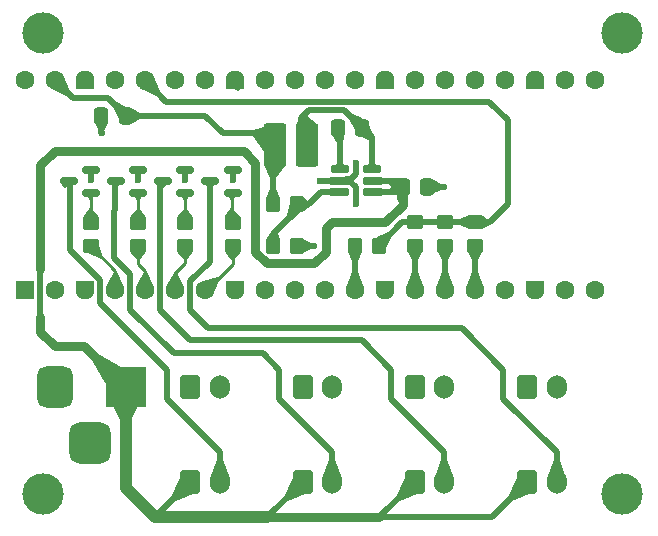
<source format=gbr>
%TF.GenerationSoftware,KiCad,Pcbnew,9.0.2*%
%TF.CreationDate,2025-06-25T21:04:22+02:00*%
%TF.ProjectId,Schrankbeleuchtung,53636872-616e-46b6-9265-6c6575636874,rev?*%
%TF.SameCoordinates,Original*%
%TF.FileFunction,Copper,L1,Top*%
%TF.FilePolarity,Positive*%
%FSLAX46Y46*%
G04 Gerber Fmt 4.6, Leading zero omitted, Abs format (unit mm)*
G04 Created by KiCad (PCBNEW 9.0.2) date 2025-06-25 21:04:22*
%MOMM*%
%LPD*%
G01*
G04 APERTURE LIST*
G04 Aperture macros list*
%AMRoundRect*
0 Rectangle with rounded corners*
0 $1 Rounding radius*
0 $2 $3 $4 $5 $6 $7 $8 $9 X,Y pos of 4 corners*
0 Add a 4 corners polygon primitive as box body*
4,1,4,$2,$3,$4,$5,$6,$7,$8,$9,$2,$3,0*
0 Add four circle primitives for the rounded corners*
1,1,$1+$1,$2,$3*
1,1,$1+$1,$4,$5*
1,1,$1+$1,$6,$7*
1,1,$1+$1,$8,$9*
0 Add four rect primitives between the rounded corners*
20,1,$1+$1,$2,$3,$4,$5,0*
20,1,$1+$1,$4,$5,$6,$7,0*
20,1,$1+$1,$6,$7,$8,$9,0*
20,1,$1+$1,$8,$9,$2,$3,0*%
%AMFreePoly0*
4,1,37,0.603843,0.796157,0.639018,0.796157,0.711114,0.766294,0.766294,0.711114,0.796157,0.639018,0.796157,0.603843,0.800000,0.600000,0.800000,-0.600000,0.796157,-0.603843,0.796157,-0.639018,0.766294,-0.711114,0.711114,-0.766294,0.639018,-0.796157,0.603843,-0.796157,0.600000,-0.800000,0.000000,-0.800000,0.000000,-0.796148,-0.078414,-0.796148,-0.232228,-0.765552,-0.377117,-0.705537,
-0.507515,-0.618408,-0.618408,-0.507515,-0.705537,-0.377117,-0.765552,-0.232228,-0.796148,-0.078414,-0.796148,0.078414,-0.765552,0.232228,-0.705537,0.377117,-0.618408,0.507515,-0.507515,0.618408,-0.377117,0.705537,-0.232228,0.765552,-0.078414,0.796148,0.000000,0.796148,0.000000,0.800000,0.600000,0.800000,0.603843,0.796157,0.603843,0.796157,$1*%
%AMFreePoly1*
4,1,37,0.000000,0.796148,0.078414,0.796148,0.232228,0.765552,0.377117,0.705537,0.507515,0.618408,0.618408,0.507515,0.705537,0.377117,0.765552,0.232228,0.796148,0.078414,0.796148,-0.078414,0.765552,-0.232228,0.705537,-0.377117,0.618408,-0.507515,0.507515,-0.618408,0.377117,-0.705537,0.232228,-0.765552,0.078414,-0.796148,0.000000,-0.796148,0.000000,-0.800000,-0.600000,-0.800000,
-0.603843,-0.796157,-0.639018,-0.796157,-0.711114,-0.766294,-0.766294,-0.711114,-0.796157,-0.639018,-0.796157,-0.603843,-0.800000,-0.600000,-0.800000,0.600000,-0.796157,0.603843,-0.796157,0.639018,-0.766294,0.711114,-0.711114,0.766294,-0.639018,0.796157,-0.603843,0.796157,-0.600000,0.800000,0.000000,0.800000,0.000000,0.796148,0.000000,0.796148,$1*%
G04 Aperture macros list end*
%TA.AperFunction,SMDPad,CuDef*%
%ADD10RoundRect,0.250000X0.350000X0.450000X-0.350000X0.450000X-0.350000X-0.450000X0.350000X-0.450000X0*%
%TD*%
%TA.AperFunction,SMDPad,CuDef*%
%ADD11RoundRect,0.150000X0.587500X0.150000X-0.587500X0.150000X-0.587500X-0.150000X0.587500X-0.150000X0*%
%TD*%
%TA.AperFunction,ComponentPad*%
%ADD12RoundRect,0.250000X-0.600000X-0.750000X0.600000X-0.750000X0.600000X0.750000X-0.600000X0.750000X0*%
%TD*%
%TA.AperFunction,ComponentPad*%
%ADD13O,1.700000X2.000000*%
%TD*%
%TA.AperFunction,ComponentPad*%
%ADD14R,3.500000X3.500000*%
%TD*%
%TA.AperFunction,ComponentPad*%
%ADD15RoundRect,0.750000X-0.750000X-1.000000X0.750000X-1.000000X0.750000X1.000000X-0.750000X1.000000X0*%
%TD*%
%TA.AperFunction,ComponentPad*%
%ADD16RoundRect,0.875000X-0.875000X-0.875000X0.875000X-0.875000X0.875000X0.875000X-0.875000X0.875000X0*%
%TD*%
%TA.AperFunction,ComponentPad*%
%ADD17C,3.500000*%
%TD*%
%TA.AperFunction,SMDPad,CuDef*%
%ADD18RoundRect,0.250000X0.450000X-0.350000X0.450000X0.350000X-0.450000X0.350000X-0.450000X-0.350000X0*%
%TD*%
%TA.AperFunction,SMDPad,CuDef*%
%ADD19RoundRect,0.250000X-0.337500X-0.475000X0.337500X-0.475000X0.337500X0.475000X-0.337500X0.475000X0*%
%TD*%
%TA.AperFunction,SMDPad,CuDef*%
%ADD20RoundRect,0.250000X0.337500X0.475000X-0.337500X0.475000X-0.337500X-0.475000X0.337500X-0.475000X0*%
%TD*%
%TA.AperFunction,ComponentPad*%
%ADD21RoundRect,0.200000X0.600000X-0.600000X0.600000X0.600000X-0.600000X0.600000X-0.600000X-0.600000X0*%
%TD*%
%TA.AperFunction,ComponentPad*%
%ADD22C,1.600000*%
%TD*%
%TA.AperFunction,ComponentPad*%
%ADD23FreePoly0,90.000000*%
%TD*%
%TA.AperFunction,ComponentPad*%
%ADD24FreePoly1,90.000000*%
%TD*%
%TA.AperFunction,SMDPad,CuDef*%
%ADD25RoundRect,0.250000X-0.350000X-0.450000X0.350000X-0.450000X0.350000X0.450000X-0.350000X0.450000X0*%
%TD*%
%TA.AperFunction,SMDPad,CuDef*%
%ADD26RoundRect,0.162500X-0.617500X-0.162500X0.617500X-0.162500X0.617500X0.162500X-0.617500X0.162500X0*%
%TD*%
%TA.AperFunction,SMDPad,CuDef*%
%ADD27RoundRect,0.250000X0.700000X1.600000X-0.700000X1.600000X-0.700000X-1.600000X0.700000X-1.600000X0*%
%TD*%
%TA.AperFunction,ViaPad*%
%ADD28C,0.600000*%
%TD*%
%TA.AperFunction,Conductor*%
%ADD29C,0.500000*%
%TD*%
%TA.AperFunction,Conductor*%
%ADD30C,0.250000*%
%TD*%
%TA.AperFunction,Conductor*%
%ADD31C,1.000000*%
%TD*%
%TA.AperFunction,Conductor*%
%ADD32C,0.750000*%
%TD*%
%TA.AperFunction,Conductor*%
%ADD33C,0.200000*%
%TD*%
G04 APERTURE END LIST*
D10*
%TO.P,R10,1*%
%TO.N,GND*%
X69500000Y-66000000D03*
%TO.P,R10,2*%
%TO.N,Net-(U1-FB)*%
X67500000Y-66000000D03*
%TD*%
D11*
%TO.P,Q1,1,G*%
%TO.N,Net-(Q1-G)*%
X52062500Y-61500000D03*
%TO.P,Q1,2,S*%
%TO.N,GND*%
X52062500Y-59600000D03*
%TO.P,Q1,3,D*%
%TO.N,Net-(J2-Pin_2)*%
X50187500Y-60550000D03*
%TD*%
D12*
%TO.P,J4,1,Pin_1*%
%TO.N,+12V*%
X79500000Y-86000000D03*
D13*
%TO.P,J4,2,Pin_2*%
%TO.N,Net-(J4-Pin_2)*%
X82000000Y-86000000D03*
%TD*%
D14*
%TO.P,J1,1*%
%TO.N,+12V*%
X55000000Y-78000000D03*
D15*
%TO.P,J1,2*%
%TO.N,GND*%
X49000000Y-78000000D03*
D16*
%TO.P,J1,3*%
%TO.N,unconnected-(J1-Pad3)*%
X52000000Y-82700000D03*
%TD*%
D17*
%TO.P,H3,1,1*%
%TO.N,GND*%
X97000000Y-48000000D03*
%TD*%
%TO.P,H1,1,1*%
%TO.N,GND*%
X48000000Y-87000000D03*
%TD*%
D18*
%TO.P,R1,1*%
%TO.N,/GPIO02*%
X52062500Y-66050000D03*
%TO.P,R1,2*%
%TO.N,Net-(Q1-G)*%
X52062500Y-64050000D03*
%TD*%
D12*
%TO.P,J9,1,Pin_1*%
%TO.N,/GPIO09*%
X89000000Y-78000000D03*
D13*
%TO.P,J9,2,Pin_2*%
%TO.N,GND*%
X91500000Y-78000000D03*
%TD*%
D12*
%TO.P,J6,1,Pin_1*%
%TO.N,/GPIO06*%
X60500000Y-78000000D03*
D13*
%TO.P,J6,2,Pin_2*%
%TO.N,GND*%
X63000000Y-78000000D03*
%TD*%
D11*
%TO.P,Q3,1,G*%
%TO.N,Net-(Q3-G)*%
X60062500Y-61500000D03*
%TO.P,Q3,2,S*%
%TO.N,GND*%
X60062500Y-59600000D03*
%TO.P,Q3,3,D*%
%TO.N,Net-(J4-Pin_2)*%
X58187500Y-60550000D03*
%TD*%
%TO.P,Q2,1,G*%
%TO.N,Net-(Q2-G)*%
X56062500Y-61500000D03*
%TO.P,Q2,2,S*%
%TO.N,GND*%
X56062500Y-59600000D03*
%TO.P,Q2,3,D*%
%TO.N,Net-(J3-Pin_2)*%
X54187500Y-60550000D03*
%TD*%
D19*
%TO.P,C3,1*%
%TO.N,Net-(U1-CB)*%
X72962500Y-56000000D03*
%TO.P,C3,2*%
%TO.N,Net-(U1-SW)*%
X75037500Y-56000000D03*
%TD*%
D17*
%TO.P,H4,1,1*%
%TO.N,GND*%
X48000000Y-48000000D03*
%TD*%
D20*
%TO.P,C2,1*%
%TO.N,+5V*%
X55037500Y-55000000D03*
%TO.P,C2,2*%
%TO.N,GND*%
X52962500Y-55000000D03*
%TD*%
D12*
%TO.P,J5,1,Pin_1*%
%TO.N,+12V*%
X89000000Y-86000000D03*
D13*
%TO.P,J5,2,Pin_2*%
%TO.N,Net-(J5-Pin_2)*%
X91500000Y-86000000D03*
%TD*%
D18*
%TO.P,R6,1*%
%TO.N,/GPIO07*%
X79520000Y-66000000D03*
%TO.P,R6,2*%
%TO.N,+3.3V*%
X79520000Y-64000000D03*
%TD*%
D12*
%TO.P,J3,1,Pin_1*%
%TO.N,+12V*%
X70000000Y-86000000D03*
D13*
%TO.P,J3,2,Pin_2*%
%TO.N,Net-(J3-Pin_2)*%
X72500000Y-86000000D03*
%TD*%
D18*
%TO.P,R8,1*%
%TO.N,/GPIO09*%
X84600000Y-66000000D03*
%TO.P,R8,2*%
%TO.N,+3.3V*%
X84600000Y-64000000D03*
%TD*%
%TO.P,R7,1*%
%TO.N,/GPIO08*%
X82060000Y-66000000D03*
%TO.P,R7,2*%
%TO.N,+3.3V*%
X82060000Y-64000000D03*
%TD*%
%TO.P,R4,1*%
%TO.N,/GPIO05*%
X64062500Y-66050000D03*
%TO.P,R4,2*%
%TO.N,Net-(Q4-G)*%
X64062500Y-64050000D03*
%TD*%
D12*
%TO.P,J8,1,Pin_1*%
%TO.N,/GPIO08*%
X79500000Y-78000000D03*
D13*
%TO.P,J8,2,Pin_2*%
%TO.N,GND*%
X82000000Y-78000000D03*
%TD*%
D21*
%TO.P,A1,1,GPIO0*%
%TO.N,unconnected-(A1-GPIO0-Pad1)*%
X46500000Y-69780000D03*
D22*
%TO.P,A1,2,GPIO1*%
%TO.N,unconnected-(A1-GPIO1-Pad2)*%
X49040000Y-69780000D03*
D23*
%TO.P,A1,3,GND*%
%TO.N,GND*%
X51580000Y-69780000D03*
D22*
%TO.P,A1,4,GPIO2*%
%TO.N,/GPIO02*%
X54120000Y-69780000D03*
%TO.P,A1,5,GPIO3*%
%TO.N,/GPIO03*%
X56660000Y-69780000D03*
%TO.P,A1,6,GPIO4*%
%TO.N,/GPIO04*%
X59200000Y-69780000D03*
%TO.P,A1,7,GPIO5*%
%TO.N,/GPIO05*%
X61740000Y-69780000D03*
D23*
%TO.P,A1,8,GND*%
%TO.N,GND*%
X64280000Y-69780000D03*
D22*
%TO.P,A1,9,GPIO6*%
%TO.N,unconnected-(A1-GPIO6-Pad9)*%
X66820000Y-69780000D03*
%TO.P,A1,10,GPIO7*%
%TO.N,unconnected-(A1-GPIO7-Pad10)*%
X69360000Y-69780000D03*
%TO.P,A1,11,GPIO8*%
%TO.N,unconnected-(A1-GPIO8-Pad11)*%
X71900000Y-69780000D03*
%TO.P,A1,12,GPIO9*%
%TO.N,/GPIO06*%
X74440000Y-69780000D03*
D23*
%TO.P,A1,13,GND*%
%TO.N,GND*%
X76980000Y-69780000D03*
D22*
%TO.P,A1,14,GPIO10*%
%TO.N,/GPIO07*%
X79520000Y-69780000D03*
%TO.P,A1,15,GPIO11*%
%TO.N,/GPIO08*%
X82060000Y-69780000D03*
%TO.P,A1,16,GPIO12*%
%TO.N,/GPIO09*%
X84600000Y-69780000D03*
%TO.P,A1,17,GPIO13*%
%TO.N,unconnected-(A1-GPIO13-Pad17)*%
X87140000Y-69780000D03*
D23*
%TO.P,A1,18,GND*%
%TO.N,GND*%
X89680000Y-69780000D03*
D22*
%TO.P,A1,19,GPIO14*%
%TO.N,unconnected-(A1-GPIO14-Pad19)*%
X92220000Y-69780000D03*
%TO.P,A1,20,GPIO15*%
%TO.N,unconnected-(A1-GPIO15-Pad20)*%
X94760000Y-69780000D03*
%TO.P,A1,21,GPIO16*%
%TO.N,unconnected-(A1-GPIO16-Pad21)*%
X94760000Y-52000000D03*
%TO.P,A1,22,GPIO17*%
%TO.N,unconnected-(A1-GPIO17-Pad22)*%
X92220000Y-52000000D03*
D24*
%TO.P,A1,23,GND*%
%TO.N,GND*%
X89680000Y-52000000D03*
D22*
%TO.P,A1,24,GPIO18*%
%TO.N,unconnected-(A1-GPIO18-Pad24)*%
X87140000Y-52000000D03*
%TO.P,A1,25,GPIO19*%
%TO.N,unconnected-(A1-GPIO19-Pad25)*%
X84600000Y-52000000D03*
%TO.P,A1,26,GPIO20*%
%TO.N,unconnected-(A1-GPIO20-Pad26)*%
X82060000Y-52000000D03*
%TO.P,A1,27,GPIO21*%
%TO.N,unconnected-(A1-GPIO21-Pad27)*%
X79520000Y-52000000D03*
D24*
%TO.P,A1,28,GND*%
%TO.N,GND*%
X76980000Y-52000000D03*
D22*
%TO.P,A1,29,GPIO22*%
%TO.N,unconnected-(A1-GPIO22-Pad29)*%
X74440000Y-52000000D03*
%TO.P,A1,30,RUN*%
%TO.N,unconnected-(A1-RUN-Pad30)*%
X71900000Y-52000000D03*
%TO.P,A1,31,GPIO26_ADC0*%
%TO.N,unconnected-(A1-GPIO26_ADC0-Pad31)*%
X69360000Y-52000000D03*
%TO.P,A1,32,GPIO27_ADC1*%
%TO.N,unconnected-(A1-GPIO27_ADC1-Pad32)*%
X66820000Y-52000000D03*
D24*
%TO.P,A1,33,AGND*%
%TO.N,unconnected-(A1-AGND-Pad33)*%
X64280000Y-52000000D03*
D22*
%TO.P,A1,34,GPIO28_ADC2*%
%TO.N,unconnected-(A1-GPIO28_ADC2-Pad34)*%
X61740000Y-52000000D03*
%TO.P,A1,35,ADC_VREF*%
%TO.N,unconnected-(A1-ADC_VREF-Pad35)*%
X59200000Y-52000000D03*
%TO.P,A1,36,3V3*%
%TO.N,+3.3V*%
X56660000Y-52000000D03*
%TO.P,A1,37,3V3_EN*%
%TO.N,unconnected-(A1-3V3_EN-Pad37)*%
X54120000Y-52000000D03*
D24*
%TO.P,A1,38,GND*%
%TO.N,GND*%
X51580000Y-52000000D03*
D22*
%TO.P,A1,39,VSYS*%
%TO.N,+5V*%
X49040000Y-52000000D03*
%TO.P,A1,40,VBUS*%
%TO.N,unconnected-(A1-VBUS-Pad40)*%
X46500000Y-52000000D03*
%TD*%
D25*
%TO.P,R5,1*%
%TO.N,/GPIO06*%
X74440000Y-66000000D03*
%TO.P,R5,2*%
%TO.N,+3.3V*%
X76440000Y-66000000D03*
%TD*%
D19*
%TO.P,C1,1*%
%TO.N,+12V*%
X78462500Y-61000000D03*
%TO.P,C1,2*%
%TO.N,GND*%
X80537500Y-61000000D03*
%TD*%
D10*
%TO.P,R9,1*%
%TO.N,Net-(U1-FB)*%
X69500000Y-62500000D03*
%TO.P,R9,2*%
%TO.N,+5V*%
X67500000Y-62500000D03*
%TD*%
D18*
%TO.P,R2,1*%
%TO.N,/GPIO03*%
X56062500Y-66050000D03*
%TO.P,R2,2*%
%TO.N,Net-(Q2-G)*%
X56062500Y-64050000D03*
%TD*%
D12*
%TO.P,J7,1,Pin_1*%
%TO.N,/GPIO07*%
X70000000Y-78000000D03*
D13*
%TO.P,J7,2,Pin_2*%
%TO.N,GND*%
X72500000Y-78000000D03*
%TD*%
D26*
%TO.P,U1,1,CB*%
%TO.N,Net-(U1-CB)*%
X73150000Y-59550000D03*
%TO.P,U1,2,GND*%
%TO.N,GND*%
X73150000Y-60500000D03*
%TO.P,U1,3,FB*%
%TO.N,Net-(U1-FB)*%
X73150000Y-61450000D03*
%TO.P,U1,4,~{EN}*%
%TO.N,+12V*%
X75850000Y-61450000D03*
%TO.P,U1,5,VIN*%
X75850000Y-60500000D03*
%TO.P,U1,6,SW*%
%TO.N,Net-(U1-SW)*%
X75850000Y-59550000D03*
%TD*%
D11*
%TO.P,Q4,1,G*%
%TO.N,Net-(Q4-G)*%
X64062500Y-61500000D03*
%TO.P,Q4,2,S*%
%TO.N,GND*%
X64062500Y-59600000D03*
%TO.P,Q4,3,D*%
%TO.N,Net-(J5-Pin_2)*%
X62187500Y-60550000D03*
%TD*%
D17*
%TO.P,H2,1,1*%
%TO.N,GND*%
X97000000Y-87000000D03*
%TD*%
D12*
%TO.P,J2,1,Pin_1*%
%TO.N,+12V*%
X60500000Y-86000000D03*
D13*
%TO.P,J2,2,Pin_2*%
%TO.N,Net-(J2-Pin_2)*%
X63000000Y-86000000D03*
%TD*%
D27*
%TO.P,L1,1*%
%TO.N,Net-(U1-SW)*%
X70350000Y-57500000D03*
%TO.P,L1,2*%
%TO.N,+5V*%
X67650000Y-57500000D03*
%TD*%
D18*
%TO.P,R3,1*%
%TO.N,/GPIO04*%
X60062500Y-66050000D03*
%TO.P,R3,2*%
%TO.N,Net-(Q3-G)*%
X60062500Y-64050000D03*
%TD*%
D28*
%TO.N,GND*%
X56062501Y-60437499D03*
X53000000Y-56500000D03*
X74500000Y-58999998D03*
X52062501Y-60437499D03*
X71500000Y-60500000D03*
X74500000Y-62500000D03*
X82000000Y-61000000D03*
X64062501Y-60437499D03*
X60062501Y-60437499D03*
X71000000Y-66000000D03*
%TO.N,+12V*%
X47789000Y-72000000D03*
X47789000Y-68000000D03*
%TD*%
D29*
%TO.N,GND*%
X73929999Y-60500000D02*
X74500000Y-59929999D01*
X56000000Y-59600000D02*
X56062500Y-59537500D01*
X59937500Y-59650000D02*
X60062500Y-59525000D01*
X74500000Y-61070001D02*
X74500000Y-62500000D01*
X74500000Y-61070001D02*
X74500000Y-61500000D01*
X52062500Y-59600000D02*
X52062501Y-60437499D01*
X80537500Y-61000000D02*
X82000000Y-61000000D01*
X64062500Y-59600000D02*
X64062501Y-60437499D01*
X74500000Y-61500000D02*
X74500000Y-62000000D01*
X52962500Y-55000000D02*
X52962500Y-56462500D01*
X74500000Y-59929999D02*
X74500000Y-58999998D01*
X73150000Y-60500000D02*
X71500000Y-60500000D01*
X73150000Y-60500000D02*
X73929999Y-60500000D01*
X52962500Y-56462500D02*
X53000000Y-56500000D01*
X64062500Y-59537500D02*
X64000000Y-59600000D01*
X56062500Y-59600000D02*
X56062501Y-60437499D01*
X74500000Y-59000000D02*
X74500000Y-58999998D01*
X69500000Y-66000000D02*
X71000000Y-66000000D01*
X60062500Y-59600000D02*
X60062501Y-60437499D01*
X73929999Y-60500000D02*
X74500000Y-61070001D01*
%TO.N,/GPIO02*%
X54182500Y-69940000D02*
X54120002Y-69877502D01*
D30*
X54120002Y-68120002D02*
X54120002Y-69780001D01*
X52062500Y-66050000D02*
X52062500Y-66062500D01*
D29*
X54120002Y-69877502D02*
X54120002Y-69780001D01*
D30*
X52062500Y-66062500D02*
X54120002Y-68120002D01*
%TO.N,/GPIO03*%
X56062500Y-66050000D02*
X56062500Y-67562500D01*
X56499998Y-69940002D02*
X56222500Y-69940002D01*
X56660000Y-69780000D02*
X56499998Y-69940002D01*
D29*
X56722498Y-69940002D02*
X56222500Y-69940002D01*
D30*
X56062500Y-67562500D02*
X56660000Y-68160000D01*
D29*
X56722500Y-69940000D02*
X56722498Y-69940002D01*
D30*
X56660000Y-68160000D02*
X56660000Y-69780000D01*
D29*
%TO.N,/GPIO07*%
X79520000Y-69890000D02*
X79520000Y-66000000D01*
%TO.N,/GPIO09*%
X84600000Y-69890000D02*
X84600000Y-65999998D01*
D30*
X84500000Y-66000000D02*
X84599998Y-66000000D01*
X84599998Y-66000000D02*
X84600000Y-65999998D01*
D29*
%TO.N,/GPIO05*%
X61802500Y-70050000D02*
X61802500Y-69810000D01*
D30*
X61802500Y-69810000D02*
X64062500Y-67550000D01*
X64062500Y-67550000D02*
X64062500Y-66050000D01*
%TO.N,/GPIO04*%
X59200000Y-69780000D02*
X59040000Y-69940000D01*
D29*
X58762500Y-69940000D02*
X58762499Y-69940001D01*
D30*
X59040000Y-69940000D02*
X58762500Y-69940000D01*
X60062500Y-67437500D02*
X59200000Y-68300000D01*
X60062500Y-66050000D02*
X60062500Y-67437500D01*
X59200000Y-68300000D02*
X59200000Y-69780000D01*
D29*
%TO.N,+3.3V*%
X85800000Y-53800000D02*
X87379000Y-55379000D01*
X56500000Y-52562500D02*
X56437500Y-52500000D01*
X78440000Y-64000000D02*
X76440000Y-66000000D01*
X87379000Y-62500000D02*
X85879000Y-64000000D01*
X84600000Y-64000000D02*
X78440000Y-64000000D01*
X87379000Y-55379000D02*
X87379000Y-62500000D01*
X56660000Y-52000000D02*
X58460000Y-53800000D01*
X58460000Y-53800000D02*
X85800000Y-53800000D01*
X85879000Y-64000000D02*
X84600000Y-64000000D01*
%TO.N,unconnected-(A1-AGND-Pad33)*%
X64375000Y-52500000D02*
X64500000Y-52625000D01*
%TO.N,+5V*%
X67650000Y-57700000D02*
X67650000Y-57500000D01*
X67500000Y-57850000D02*
X67650000Y-57700000D01*
X63227708Y-56501000D02*
X61726708Y-55000000D01*
X49040000Y-52000000D02*
X50540000Y-53500000D01*
X67650000Y-57500000D02*
X66651000Y-56501000D01*
X66651000Y-56501000D02*
X63227708Y-56501000D01*
X61726708Y-55000000D02*
X55037500Y-55000000D01*
X67500000Y-62500000D02*
X67500000Y-57850000D01*
X50540000Y-53500000D02*
X53537500Y-53500000D01*
X53537500Y-53500000D02*
X55037500Y-55000000D01*
%TO.N,/GPIO06*%
X74440000Y-69890000D02*
X74440000Y-66000000D01*
%TO.N,/GPIO08*%
X82060000Y-69890000D02*
X82060000Y-66000000D01*
D31*
%TO.N,+12V*%
X57500000Y-89000000D02*
X67000000Y-89000000D01*
X55000000Y-86500000D02*
X55000000Y-78000000D01*
D32*
X65000000Y-58000000D02*
X66000000Y-59000000D01*
X72000000Y-64500000D02*
X72500000Y-64000000D01*
X71000000Y-67500000D02*
X72000000Y-66500000D01*
D29*
X60500000Y-86000000D02*
X57500000Y-89000000D01*
D32*
X72000000Y-66500000D02*
X72000000Y-64500000D01*
X67000000Y-89000000D02*
X76500000Y-89000000D01*
X66000000Y-66500000D02*
X67000000Y-67500000D01*
X66000000Y-59000000D02*
X66000000Y-66500000D01*
D31*
X57500000Y-89000000D02*
X55000000Y-86500000D01*
D29*
X75850000Y-61450000D02*
X78012500Y-61450000D01*
D32*
X47788999Y-73288999D02*
X47789000Y-72000000D01*
X47789000Y-59211000D02*
X47789000Y-68000000D01*
X67000000Y-67500000D02*
X71000000Y-67500000D01*
X78462500Y-62537500D02*
X78462500Y-61500000D01*
X77000000Y-64000000D02*
X78462500Y-62537500D01*
X49000000Y-58000000D02*
X47789000Y-59211000D01*
D29*
X75850000Y-60500000D02*
X77962500Y-60500000D01*
X86000000Y-89000000D02*
X89000000Y-86000000D01*
X67000000Y-89000000D02*
X70000000Y-86000000D01*
X77962500Y-60500000D02*
X78462500Y-61000000D01*
D32*
X72500000Y-64000000D02*
X77000000Y-64000000D01*
D29*
X78012500Y-61450000D02*
X78462500Y-61000000D01*
X47789000Y-68000000D02*
X47789000Y-72000000D01*
D32*
X51500000Y-74500000D02*
X49000000Y-74500000D01*
D29*
X76500000Y-89000000D02*
X79500000Y-86000000D01*
X76500000Y-89000000D02*
X86000000Y-89000000D01*
D32*
X49000000Y-74500000D02*
X47788999Y-73288999D01*
D29*
X47789000Y-68000000D02*
X47789000Y-67711000D01*
D32*
X55000000Y-78000000D02*
X51500000Y-74500000D01*
X49000000Y-58000000D02*
X65000000Y-58000000D01*
D29*
X47789000Y-67711000D02*
X47789000Y-68000000D01*
%TO.N,Net-(U1-FB)*%
X70500000Y-62500000D02*
X71550000Y-61450000D01*
X67500000Y-65000000D02*
X69500000Y-63000000D01*
X69500000Y-63000000D02*
X69500000Y-62500000D01*
X71550000Y-61450000D02*
X73150000Y-61450000D01*
X67500000Y-66000000D02*
X67500000Y-65000000D01*
X69500000Y-62500000D02*
X70500000Y-62500000D01*
%TO.N,Net-(J2-Pin_2)*%
X50187500Y-60550000D02*
X50291000Y-60653500D01*
X58500000Y-79000000D02*
X63000000Y-83500000D01*
X50187500Y-60550000D02*
X49886500Y-60851000D01*
X52836000Y-70836000D02*
X58500000Y-76500000D01*
X63000000Y-83500000D02*
X63000000Y-86000000D01*
X52836000Y-68908274D02*
X52836000Y-70836000D01*
X50291000Y-60653500D02*
X50291000Y-66363274D01*
X50291000Y-66363274D02*
X52836000Y-68908274D01*
X58500000Y-76500000D02*
X58500000Y-79000000D01*
%TO.N,Net-(J3-Pin_2)*%
X54062500Y-67050000D02*
X55409000Y-68396500D01*
X72500000Y-83500000D02*
X72500000Y-86000000D01*
X55409000Y-68396500D02*
X55409000Y-71409000D01*
X68000000Y-79000000D02*
X72500000Y-83500000D01*
X59099000Y-75099000D02*
X66599000Y-75099000D01*
X68000000Y-76500000D02*
X68000000Y-79000000D01*
X54062500Y-63050000D02*
X54062500Y-67050000D01*
X54125000Y-60550000D02*
X54125000Y-62987500D01*
X55409000Y-71409000D02*
X59099000Y-75099000D01*
X66599000Y-75099000D02*
X68000000Y-76500000D01*
%TO.N,Net-(J4-Pin_2)*%
X57949000Y-60788500D02*
X57949000Y-68449000D01*
X58187500Y-60550000D02*
X57949000Y-60788500D01*
X77500000Y-76500000D02*
X77500000Y-79000000D01*
X58112500Y-60550000D02*
X58187500Y-60550000D01*
X75000000Y-74000000D02*
X77500000Y-76500000D01*
X57949000Y-68551000D02*
X57949000Y-71449000D01*
X57949000Y-71449000D02*
X60500000Y-74000000D01*
X82000000Y-83500000D02*
X82000000Y-86000000D01*
X58011500Y-60651000D02*
X58112500Y-60550000D01*
X77500000Y-79000000D02*
X82000000Y-83500000D01*
X60500000Y-74000000D02*
X75000000Y-74000000D01*
%TO.N,Net-(J5-Pin_2)*%
X87000000Y-76500000D02*
X87000000Y-79000000D01*
X60489000Y-71489000D02*
X62000000Y-73000000D01*
X87000000Y-79000000D02*
X91500000Y-83500000D01*
X62125000Y-60550000D02*
X62125000Y-67364000D01*
X91500000Y-86000000D02*
X92000000Y-86000000D01*
X83500000Y-73000000D02*
X87000000Y-76500000D01*
X60489000Y-69000000D02*
X60489000Y-71489000D01*
X62000000Y-73000000D02*
X83500000Y-73000000D01*
X62125000Y-67364000D02*
X60489000Y-69000000D01*
X91500000Y-83500000D02*
X91500000Y-86000000D01*
D30*
%TO.N,Net-(Q1-G)*%
X52062500Y-64050000D02*
X52062500Y-61500000D01*
%TO.N,Net-(Q2-G)*%
X56062500Y-61562498D02*
X56062501Y-64050001D01*
X56062500Y-61562498D02*
X56062500Y-64050000D01*
X56000000Y-61499998D02*
X56062500Y-61562498D01*
D29*
X56062501Y-64050001D02*
X56062500Y-64050000D01*
D33*
X56000000Y-62050000D02*
X56000000Y-61499998D01*
%TO.N,Net-(Q3-G)*%
X59937500Y-61950000D02*
X59937500Y-61549998D01*
D29*
X60062500Y-64050000D02*
X59937500Y-63925000D01*
D30*
X60062500Y-63800000D02*
X60062500Y-61674998D01*
X59937500Y-63925000D02*
X60062500Y-63800000D01*
D33*
X59987500Y-62000000D02*
X59937500Y-61950000D01*
D30*
X60062500Y-61674998D02*
X59937500Y-61549998D01*
D33*
X60000000Y-62000000D02*
X59987500Y-62000000D01*
D30*
%TO.N,Net-(Q4-G)*%
X64000000Y-64200000D02*
X64000000Y-61500000D01*
D29*
%TO.N,Net-(U1-SW)*%
X69850000Y-57500000D02*
X69850000Y-55150000D01*
X75850000Y-59550000D02*
X75850000Y-56812500D01*
X75850000Y-56812500D02*
X75037500Y-56000000D01*
X69850000Y-55150000D02*
X70500000Y-54500000D01*
X73537500Y-54500000D02*
X75037500Y-56000000D01*
X70500000Y-54500000D02*
X73537500Y-54500000D01*
%TO.N,Net-(U1-CB)*%
X73150000Y-59550000D02*
X73150000Y-56187500D01*
X73150000Y-56187500D02*
X72962500Y-56000000D01*
%TD*%
%TA.AperFunction,Conductor*%
%TO.N,GND*%
G36*
X73986113Y-60096565D02*
G01*
X73986924Y-60097304D01*
X74325241Y-60435621D01*
X74328668Y-60443894D01*
X74325241Y-60452167D01*
X74322317Y-60454300D01*
X73933628Y-60654096D01*
X73925997Y-60655165D01*
X73157766Y-60502392D01*
X73150320Y-60497418D01*
X73148409Y-60492114D01*
X73117002Y-60186740D01*
X73119565Y-60178160D01*
X73127443Y-60173904D01*
X73977555Y-60093928D01*
X73986113Y-60096565D01*
G37*
%TD.AperFunction*%
%TD*%
%TA.AperFunction,Conductor*%
%TO.N,GND*%
G36*
X81102616Y-60416811D02*
G01*
X81706409Y-60746672D01*
X81712027Y-60753646D01*
X81712500Y-60756940D01*
X81712500Y-61243059D01*
X81709073Y-61251332D01*
X81706409Y-61253327D01*
X81102619Y-61583187D01*
X81093716Y-61584146D01*
X81088528Y-61580978D01*
X80775308Y-61251332D01*
X80544156Y-61008058D01*
X80540943Y-60999701D01*
X80544157Y-60991941D01*
X80770578Y-60753646D01*
X81088529Y-60419020D01*
X81096711Y-60415384D01*
X81102616Y-60416811D01*
G37*
%TD.AperFunction*%
%TD*%
%TA.AperFunction,Conductor*%
%TO.N,GND*%
G36*
X52970749Y-55007295D02*
G01*
X53332413Y-55370996D01*
X53525397Y-55565067D01*
X53528801Y-55573350D01*
X53527852Y-55577933D01*
X53215541Y-56305416D01*
X53209129Y-56311666D01*
X53204790Y-56312500D01*
X52720210Y-56312500D01*
X52711937Y-56309073D01*
X52709459Y-56305416D01*
X52635323Y-56132729D01*
X52397146Y-55577931D01*
X52397032Y-55568978D01*
X52399600Y-55565068D01*
X52954205Y-55007341D01*
X52962467Y-55003892D01*
X52970749Y-55007295D01*
G37*
%TD.AperFunction*%
%TD*%
%TA.AperFunction,Conductor*%
%TO.N,GND*%
G36*
X72535909Y-60176791D02*
G01*
X72934527Y-60386251D01*
X73131289Y-60489643D01*
X73137019Y-60496525D01*
X73136204Y-60505442D01*
X73131289Y-60510357D01*
X72535912Y-60823207D01*
X72528691Y-60824414D01*
X72054921Y-60751526D01*
X72047265Y-60746881D01*
X72045000Y-60739962D01*
X72045000Y-60260037D01*
X72048427Y-60251764D01*
X72054919Y-60248473D01*
X72528694Y-60175585D01*
X72535909Y-60176791D01*
G37*
%TD.AperFunction*%
%TD*%
%TA.AperFunction,Conductor*%
%TO.N,GND*%
G36*
X70052704Y-65404291D02*
G01*
X70693812Y-65746695D01*
X70699495Y-65753615D01*
X70700000Y-65757015D01*
X70700000Y-66242984D01*
X70696573Y-66251257D01*
X70693812Y-66253304D01*
X70052706Y-66595707D01*
X70043794Y-66596582D01*
X70038538Y-66593259D01*
X69506159Y-66007872D01*
X69503128Y-65999446D01*
X69506159Y-65992128D01*
X69723074Y-65753615D01*
X70038540Y-65406738D01*
X70046640Y-65402925D01*
X70052704Y-65404291D01*
G37*
%TD.AperFunction*%
%TD*%
%TA.AperFunction,Conductor*%
%TO.N,GND*%
G36*
X73933628Y-60345903D02*
G01*
X74322317Y-60545699D01*
X74328108Y-60552529D01*
X74327374Y-60561454D01*
X74325241Y-60564378D01*
X73986924Y-60902695D01*
X73978651Y-60906122D01*
X73977555Y-60906071D01*
X73127544Y-60826105D01*
X73119628Y-60821918D01*
X73116991Y-60813360D01*
X73148409Y-60507884D01*
X73152665Y-60500006D01*
X73157762Y-60497608D01*
X73925997Y-60344834D01*
X73933628Y-60345903D01*
G37*
%TD.AperFunction*%
%TD*%
%TA.AperFunction,Conductor*%
%TO.N,/GPIO02*%
G36*
X54245872Y-68198799D02*
G01*
X54248172Y-68202063D01*
X54780856Y-69326427D01*
X54781302Y-69335370D01*
X54776793Y-69341157D01*
X54126510Y-69776640D01*
X54117729Y-69778397D01*
X54113490Y-69776640D01*
X53463206Y-69341157D01*
X53458238Y-69333707D01*
X53459143Y-69326427D01*
X53991832Y-68202063D01*
X53998471Y-68196053D01*
X54002405Y-68195372D01*
X54237599Y-68195372D01*
X54245872Y-68198799D01*
G37*
%TD.AperFunction*%
%TD*%
%TA.AperFunction,Conductor*%
%TO.N,/GPIO02*%
G36*
X52761300Y-65908710D02*
G01*
X52765898Y-65914584D01*
X53132032Y-66950758D01*
X53131557Y-66959700D01*
X53129273Y-66962929D01*
X52963284Y-67128918D01*
X52955011Y-67132345D01*
X52950455Y-67131421D01*
X51822459Y-66654530D01*
X51816173Y-66648153D01*
X51816213Y-66639258D01*
X52059414Y-66055007D01*
X52065757Y-66048686D01*
X52067854Y-66048044D01*
X52752507Y-65907023D01*
X52761300Y-65908710D01*
G37*
%TD.AperFunction*%
%TD*%
%TA.AperFunction,Conductor*%
%TO.N,/GPIO03*%
G36*
X56070372Y-66056159D02*
G01*
X56654754Y-66587623D01*
X56658569Y-66595725D01*
X56656355Y-66603145D01*
X56191004Y-67245166D01*
X56183374Y-67249854D01*
X56181531Y-67250000D01*
X55943469Y-67250000D01*
X55935196Y-67246573D01*
X55933996Y-67245166D01*
X55468644Y-66603145D01*
X55466563Y-66594436D01*
X55470243Y-66587625D01*
X56054628Y-66056158D01*
X56063054Y-66053128D01*
X56070372Y-66056159D01*
G37*
%TD.AperFunction*%
%TD*%
%TA.AperFunction,Conductor*%
%TO.N,/GPIO03*%
G36*
X56785870Y-68198799D02*
G01*
X56788170Y-68202063D01*
X57320856Y-69326427D01*
X57321302Y-69335370D01*
X57316793Y-69341157D01*
X56666510Y-69776640D01*
X56657729Y-69778397D01*
X56653490Y-69776640D01*
X56003206Y-69341157D01*
X55998238Y-69333707D01*
X55999143Y-69326427D01*
X56531830Y-68202063D01*
X56538469Y-68196053D01*
X56542403Y-68195372D01*
X56777597Y-68195372D01*
X56785870Y-68198799D01*
G37*
%TD.AperFunction*%
%TD*%
%TA.AperFunction,Conductor*%
%TO.N,/GPIO07*%
G36*
X79527872Y-66006159D02*
G01*
X80113259Y-66538537D01*
X80117074Y-66546639D01*
X80115707Y-66552705D01*
X79773305Y-67193812D01*
X79766385Y-67199495D01*
X79762985Y-67200000D01*
X79277015Y-67200000D01*
X79268742Y-67196573D01*
X79266695Y-67193812D01*
X78924292Y-66552705D01*
X78923417Y-66543793D01*
X78926738Y-66538540D01*
X79512128Y-66006158D01*
X79520554Y-66003128D01*
X79527872Y-66006159D01*
G37*
%TD.AperFunction*%
%TD*%
%TA.AperFunction,Conductor*%
%TO.N,/GPIO07*%
G36*
X79770159Y-68198799D02*
G01*
X79772844Y-68202971D01*
X80299809Y-69611053D01*
X80299499Y-69620003D01*
X80292952Y-69626112D01*
X80291148Y-69626626D01*
X79522297Y-69780540D01*
X79517703Y-69780540D01*
X78748851Y-69626626D01*
X78741412Y-69621642D01*
X78739676Y-69612857D01*
X78740190Y-69611053D01*
X79267156Y-68202971D01*
X79273265Y-68196424D01*
X79278114Y-68195372D01*
X79761886Y-68195372D01*
X79770159Y-68198799D01*
G37*
%TD.AperFunction*%
%TD*%
%TA.AperFunction,Conductor*%
%TO.N,/GPIO09*%
G36*
X84607872Y-66006159D02*
G01*
X85193259Y-66538537D01*
X85197074Y-66546639D01*
X85195707Y-66552705D01*
X84853305Y-67193812D01*
X84846385Y-67199495D01*
X84842985Y-67200000D01*
X84357015Y-67200000D01*
X84348742Y-67196573D01*
X84346695Y-67193812D01*
X84004292Y-66552705D01*
X84003417Y-66543793D01*
X84006738Y-66538540D01*
X84592128Y-66006158D01*
X84600554Y-66003128D01*
X84607872Y-66006159D01*
G37*
%TD.AperFunction*%
%TD*%
%TA.AperFunction,Conductor*%
%TO.N,/GPIO09*%
G36*
X84850159Y-68198799D02*
G01*
X84852844Y-68202971D01*
X85379809Y-69611053D01*
X85379499Y-69620003D01*
X85372952Y-69626112D01*
X85371148Y-69626626D01*
X84602297Y-69780540D01*
X84597703Y-69780540D01*
X83828851Y-69626626D01*
X83821412Y-69621642D01*
X83819676Y-69612857D01*
X83820190Y-69611053D01*
X84347156Y-68202971D01*
X84353265Y-68196424D01*
X84358114Y-68195372D01*
X84841886Y-68195372D01*
X84850159Y-68198799D01*
G37*
%TD.AperFunction*%
%TD*%
%TA.AperFunction,Conductor*%
%TO.N,/GPIO05*%
G36*
X62820551Y-68620274D02*
G01*
X62823336Y-68622334D01*
X62989622Y-68788620D01*
X62993049Y-68796893D01*
X62992167Y-68801350D01*
X62528289Y-69927185D01*
X62521969Y-69933529D01*
X62515200Y-69934206D01*
X61746979Y-69782227D01*
X61739529Y-69777259D01*
X61737772Y-69773020D01*
X61585978Y-69005736D01*
X61587735Y-68996955D01*
X61594028Y-68992278D01*
X62811638Y-68619420D01*
X62820551Y-68620274D01*
G37*
%TD.AperFunction*%
%TD*%
%TA.AperFunction,Conductor*%
%TO.N,/GPIO05*%
G36*
X64070372Y-66056159D02*
G01*
X64654754Y-66587623D01*
X64658569Y-66595725D01*
X64656355Y-66603145D01*
X64191004Y-67245166D01*
X64183374Y-67249854D01*
X64181531Y-67250000D01*
X63943469Y-67250000D01*
X63935196Y-67246573D01*
X63933996Y-67245166D01*
X63468644Y-66603145D01*
X63466563Y-66594436D01*
X63470243Y-66587625D01*
X64054628Y-66056158D01*
X64063054Y-66053128D01*
X64070372Y-66056159D01*
G37*
%TD.AperFunction*%
%TD*%
%TA.AperFunction,Conductor*%
%TO.N,/GPIO04*%
G36*
X60070372Y-66056159D02*
G01*
X60654754Y-66587623D01*
X60658569Y-66595725D01*
X60656355Y-66603145D01*
X60191004Y-67245166D01*
X60183374Y-67249854D01*
X60181531Y-67250000D01*
X59943469Y-67250000D01*
X59935196Y-67246573D01*
X59933996Y-67245166D01*
X59468644Y-66603145D01*
X59466563Y-66594436D01*
X59470243Y-66587625D01*
X60054628Y-66056158D01*
X60063054Y-66053128D01*
X60070372Y-66056159D01*
G37*
%TD.AperFunction*%
%TD*%
%TA.AperFunction,Conductor*%
%TO.N,/GPIO04*%
G36*
X59193983Y-68146697D02*
G01*
X59196671Y-68148705D01*
X59361001Y-68313035D01*
X59363225Y-68316140D01*
X59860647Y-69326346D01*
X59861227Y-69335282D01*
X59856653Y-69341241D01*
X59205802Y-69776355D01*
X59197019Y-69778104D01*
X59192787Y-69776348D01*
X58543683Y-69341479D01*
X58538717Y-69334027D01*
X58539914Y-69326174D01*
X59088618Y-68316140D01*
X59178118Y-68151392D01*
X59185078Y-68145759D01*
X59193983Y-68146697D01*
G37*
%TD.AperFunction*%
%TD*%
%TA.AperFunction,Conductor*%
%TO.N,+3.3V*%
G36*
X77260210Y-64838021D02*
G01*
X77601736Y-65179547D01*
X77605163Y-65187820D01*
X77603782Y-65193334D01*
X77044990Y-66239187D01*
X77038069Y-66244869D01*
X77030209Y-66244489D01*
X76860989Y-66174677D01*
X76445003Y-66003062D01*
X76438662Y-65996739D01*
X76438018Y-65994666D01*
X76293358Y-65308941D01*
X76295003Y-65300141D01*
X76299690Y-65296006D01*
X77246823Y-64835770D01*
X77255762Y-64835237D01*
X77260210Y-64838021D01*
G37*
%TD.AperFunction*%
%TD*%
%TA.AperFunction,Conductor*%
%TO.N,+3.3V*%
G36*
X84059988Y-63425044D02*
G01*
X84593455Y-63991982D01*
X84596629Y-64000356D01*
X84593455Y-64008018D01*
X84059988Y-64574955D01*
X84051823Y-64578632D01*
X84046766Y-64577651D01*
X83306999Y-64253070D01*
X83300800Y-64246608D01*
X83300000Y-64242356D01*
X83300000Y-63757643D01*
X83303427Y-63749370D01*
X83306999Y-63746929D01*
X84046766Y-63422347D01*
X84055719Y-63422162D01*
X84059988Y-63425044D01*
G37*
%TD.AperFunction*%
%TD*%
%TA.AperFunction,Conductor*%
%TO.N,+3.3V*%
G36*
X57329960Y-51566415D02*
G01*
X57330872Y-51568054D01*
X57953915Y-52936339D01*
X57954225Y-52945289D01*
X57951540Y-52949461D01*
X57609461Y-53291540D01*
X57601188Y-53294967D01*
X57596339Y-53293915D01*
X56228054Y-52670872D01*
X56221945Y-52664325D01*
X56222255Y-52655375D01*
X56223163Y-52653742D01*
X56657994Y-52001241D01*
X56661242Y-51997994D01*
X57313737Y-51563166D01*
X57322521Y-51561431D01*
X57329960Y-51566415D01*
G37*
%TD.AperFunction*%
%TD*%
%TA.AperFunction,Conductor*%
%TO.N,+3.3V*%
G36*
X85234109Y-63478235D02*
G01*
X85716175Y-63807761D01*
X85717845Y-63809147D01*
X86058671Y-64149973D01*
X86062098Y-64158246D01*
X86058671Y-64166519D01*
X86055226Y-64168903D01*
X85153286Y-64577519D01*
X85144336Y-64577812D01*
X85139940Y-64574883D01*
X84739842Y-64149973D01*
X84607777Y-64009717D01*
X84604601Y-64001346D01*
X84608275Y-63993180D01*
X84608750Y-63992757D01*
X85219979Y-63478937D01*
X85228515Y-63476238D01*
X85234109Y-63478235D01*
G37*
%TD.AperFunction*%
%TD*%
%TA.AperFunction,Conductor*%
%TO.N,+5V*%
G36*
X49709960Y-51566415D02*
G01*
X49710872Y-51568054D01*
X50333915Y-52936339D01*
X50334225Y-52945289D01*
X50331540Y-52949461D01*
X49989461Y-53291540D01*
X49981188Y-53294967D01*
X49976339Y-53293915D01*
X48608054Y-52670872D01*
X48601945Y-52664325D01*
X48602255Y-52655375D01*
X48603163Y-52653742D01*
X49037994Y-52001241D01*
X49041242Y-51997994D01*
X49693737Y-51563166D01*
X49702521Y-51561431D01*
X49709960Y-51566415D01*
G37*
%TD.AperFunction*%
%TD*%
%TA.AperFunction,Conductor*%
%TO.N,+5V*%
G36*
X66699921Y-55922802D02*
G01*
X66704937Y-55927344D01*
X67644961Y-57489962D01*
X67646289Y-57498818D01*
X67640966Y-57506019D01*
X67640954Y-57506026D01*
X66709321Y-58064958D01*
X66700464Y-58066276D01*
X66693739Y-58061664D01*
X65772432Y-56754031D01*
X65770296Y-56747292D01*
X65770296Y-56259246D01*
X65773723Y-56250973D01*
X65778061Y-56248228D01*
X66690979Y-55922356D01*
X66699921Y-55922802D01*
G37*
%TD.AperFunction*%
%TD*%
%TA.AperFunction,Conductor*%
%TO.N,+5V*%
G36*
X55602616Y-54416811D02*
G01*
X56206409Y-54746672D01*
X56212027Y-54753646D01*
X56212500Y-54756940D01*
X56212500Y-55243059D01*
X56209073Y-55251332D01*
X56206409Y-55253327D01*
X55602619Y-55583187D01*
X55593716Y-55584146D01*
X55588528Y-55580978D01*
X55275308Y-55251332D01*
X55044156Y-55008058D01*
X55040943Y-54999701D01*
X55044157Y-54991941D01*
X55270578Y-54753646D01*
X55588529Y-54419020D01*
X55596711Y-54415384D01*
X55602616Y-54416811D01*
G37*
%TD.AperFunction*%
%TD*%
%TA.AperFunction,Conductor*%
%TO.N,+5V*%
G36*
X67750630Y-61203427D02*
G01*
X67753071Y-61206999D01*
X68077651Y-61946766D01*
X68077837Y-61955719D01*
X68074955Y-61959988D01*
X67508018Y-62493455D01*
X67499644Y-62496629D01*
X67491982Y-62493455D01*
X66925044Y-61959988D01*
X66921367Y-61951823D01*
X66922348Y-61946766D01*
X67246929Y-61206999D01*
X67253391Y-61200800D01*
X67257643Y-61200000D01*
X67742357Y-61200000D01*
X67750630Y-61203427D01*
G37*
%TD.AperFunction*%
%TD*%
%TA.AperFunction,Conductor*%
%TO.N,+5V*%
G36*
X67654902Y-57514385D02*
G01*
X67659833Y-57519602D01*
X68502343Y-59284678D01*
X68502814Y-59293620D01*
X68501150Y-59296730D01*
X67753510Y-60295312D01*
X67745808Y-60299881D01*
X67744144Y-60300000D01*
X67257356Y-60300000D01*
X67249083Y-60296573D01*
X67246812Y-60293370D01*
X66721637Y-59201093D01*
X66721140Y-59192152D01*
X66721919Y-59190404D01*
X67639019Y-57519012D01*
X67646001Y-57513409D01*
X67654902Y-57514385D01*
G37*
%TD.AperFunction*%
%TD*%
%TA.AperFunction,Conductor*%
%TO.N,+5V*%
G36*
X54237478Y-53842526D02*
G01*
X54854930Y-54137305D01*
X55135576Y-54271289D01*
X55141565Y-54277945D01*
X55142114Y-54283525D01*
X55039162Y-54994110D01*
X55034584Y-55001806D01*
X55032045Y-55003248D01*
X54459703Y-55239347D01*
X54450748Y-55239334D01*
X54444971Y-55234136D01*
X53926135Y-54283525D01*
X53880657Y-54200200D01*
X53879703Y-54191300D01*
X53882653Y-54186327D01*
X54224169Y-53844811D01*
X54232441Y-53841385D01*
X54237478Y-53842526D01*
G37*
%TD.AperFunction*%
%TD*%
%TA.AperFunction,Conductor*%
%TO.N,/GPIO06*%
G36*
X74690159Y-68198799D02*
G01*
X74692844Y-68202971D01*
X75219809Y-69611053D01*
X75219499Y-69620003D01*
X75212952Y-69626112D01*
X75211148Y-69626626D01*
X74442297Y-69780540D01*
X74437703Y-69780540D01*
X73668851Y-69626626D01*
X73661412Y-69621642D01*
X73659676Y-69612857D01*
X73660190Y-69611053D01*
X74187156Y-68202971D01*
X74193265Y-68196424D01*
X74198114Y-68195372D01*
X74681886Y-68195372D01*
X74690159Y-68198799D01*
G37*
%TD.AperFunction*%
%TD*%
%TA.AperFunction,Conductor*%
%TO.N,/GPIO06*%
G36*
X74448016Y-66006543D02*
G01*
X75014955Y-66540011D01*
X75018632Y-66548176D01*
X75017651Y-66553233D01*
X74693071Y-67293001D01*
X74686609Y-67299200D01*
X74682357Y-67300000D01*
X74197643Y-67300000D01*
X74189370Y-67296573D01*
X74186929Y-67293001D01*
X73862348Y-66553233D01*
X73862162Y-66544280D01*
X73865042Y-66540013D01*
X74431983Y-66006543D01*
X74440356Y-66003370D01*
X74448016Y-66006543D01*
G37*
%TD.AperFunction*%
%TD*%
%TA.AperFunction,Conductor*%
%TO.N,/GPIO08*%
G36*
X82067872Y-66006159D02*
G01*
X82653259Y-66538537D01*
X82657074Y-66546639D01*
X82655707Y-66552705D01*
X82313305Y-67193812D01*
X82306385Y-67199495D01*
X82302985Y-67200000D01*
X81817015Y-67200000D01*
X81808742Y-67196573D01*
X81806695Y-67193812D01*
X81464292Y-66552705D01*
X81463417Y-66543793D01*
X81466738Y-66538540D01*
X82052128Y-66006158D01*
X82060554Y-66003128D01*
X82067872Y-66006159D01*
G37*
%TD.AperFunction*%
%TD*%
%TA.AperFunction,Conductor*%
%TO.N,/GPIO08*%
G36*
X82310159Y-68198799D02*
G01*
X82312844Y-68202971D01*
X82839809Y-69611053D01*
X82839499Y-69620003D01*
X82832952Y-69626112D01*
X82831148Y-69626626D01*
X82062297Y-69780540D01*
X82057703Y-69780540D01*
X81288851Y-69626626D01*
X81281412Y-69621642D01*
X81279676Y-69612857D01*
X81280190Y-69611053D01*
X81807156Y-68202971D01*
X81813265Y-68196424D01*
X81818114Y-68195372D01*
X82301886Y-68195372D01*
X82310159Y-68198799D01*
G37*
%TD.AperFunction*%
%TD*%
%TA.AperFunction,Conductor*%
%TO.N,+12V*%
G36*
X55005802Y-78012432D02*
G01*
X55010160Y-78016790D01*
X55996895Y-79744564D01*
X55998022Y-79753447D01*
X55997200Y-79755598D01*
X55503234Y-80743532D01*
X55496469Y-80749400D01*
X55492769Y-80750000D01*
X54507231Y-80750000D01*
X54498958Y-80746573D01*
X54496766Y-80743532D01*
X54002799Y-79755598D01*
X54002164Y-79746666D01*
X54003102Y-79744568D01*
X54989840Y-78016789D01*
X54996919Y-78011305D01*
X55005802Y-78012432D01*
G37*
%TD.AperFunction*%
%TD*%
%TA.AperFunction,Conductor*%
%TO.N,+12V*%
G36*
X59660284Y-85652165D02*
G01*
X60494936Y-85996909D01*
X60501274Y-86003235D01*
X60501939Y-86005415D01*
X60700190Y-86990602D01*
X60698463Y-86999388D01*
X60693239Y-87003702D01*
X59249568Y-87608194D01*
X59240613Y-87608229D01*
X59236776Y-87605675D01*
X58894600Y-87263499D01*
X58891173Y-87255226D01*
X58892295Y-87250226D01*
X59645243Y-85657976D01*
X59651877Y-85651964D01*
X59660284Y-85652165D01*
G37*
%TD.AperFunction*%
%TD*%
%TA.AperFunction,Conductor*%
%TO.N,+12V*%
G36*
X77883129Y-60601725D02*
G01*
X78455323Y-60994389D01*
X78460206Y-61001895D01*
X78459304Y-61008985D01*
X78128256Y-61718025D01*
X78121651Y-61724071D01*
X78117306Y-61724770D01*
X77298851Y-61700338D01*
X77290684Y-61696666D01*
X77287500Y-61688643D01*
X77287500Y-61204752D01*
X77290813Y-61196594D01*
X77868124Y-60603213D01*
X77876349Y-60599674D01*
X77883129Y-60601725D01*
G37*
%TD.AperFunction*%
%TD*%
%TA.AperFunction,Conductor*%
%TO.N,+12V*%
G36*
X76945080Y-61198473D02*
G01*
X76952735Y-61203118D01*
X76955000Y-61210037D01*
X76955000Y-61689962D01*
X76951573Y-61698235D01*
X76945079Y-61701526D01*
X76471308Y-61774414D01*
X76464088Y-61773207D01*
X75868709Y-61460356D01*
X75862980Y-61453475D01*
X75863795Y-61444558D01*
X75868710Y-61439643D01*
X76464090Y-61126791D01*
X76471305Y-61125585D01*
X76945080Y-61198473D01*
G37*
%TD.AperFunction*%
%TD*%
%TA.AperFunction,Conductor*%
%TO.N,+12V*%
G36*
X78470749Y-61007295D02*
G01*
X78788881Y-61327219D01*
X79026258Y-61565933D01*
X79029662Y-61574216D01*
X79029283Y-61577136D01*
X78839781Y-62303753D01*
X78834378Y-62310893D01*
X78828460Y-62312500D01*
X78096540Y-62312500D01*
X78088267Y-62309073D01*
X78085219Y-62303753D01*
X77895716Y-61577136D01*
X77896944Y-61568265D01*
X77898741Y-61565933D01*
X78454205Y-61007341D01*
X78462467Y-61003892D01*
X78470749Y-61007295D01*
G37*
%TD.AperFunction*%
%TD*%
%TA.AperFunction,Conductor*%
%TO.N,+12V*%
G36*
X77304427Y-60250308D02*
G01*
X78252997Y-60274776D01*
X78261177Y-60278415D01*
X78263964Y-60283334D01*
X78461211Y-60991781D01*
X78460129Y-61000670D01*
X78456375Y-61004691D01*
X77883337Y-61382045D01*
X77874542Y-61383733D01*
X77868265Y-61380165D01*
X77295536Y-60753352D01*
X77292473Y-60745460D01*
X77292473Y-60262005D01*
X77295900Y-60253732D01*
X77304173Y-60250305D01*
X77304427Y-60250308D01*
G37*
%TD.AperFunction*%
%TD*%
%TA.AperFunction,Conductor*%
%TO.N,+12V*%
G36*
X76945080Y-60248473D02*
G01*
X76952735Y-60253118D01*
X76955000Y-60260037D01*
X76955000Y-60739962D01*
X76951573Y-60748235D01*
X76945079Y-60751526D01*
X76471308Y-60824414D01*
X76464088Y-60823207D01*
X75868709Y-60510356D01*
X75862980Y-60503475D01*
X75863795Y-60494558D01*
X75868710Y-60489643D01*
X76464090Y-60176791D01*
X76471305Y-60175585D01*
X76945080Y-60248473D01*
G37*
%TD.AperFunction*%
%TD*%
%TA.AperFunction,Conductor*%
%TO.N,+12V*%
G36*
X88160284Y-85652165D02*
G01*
X88994936Y-85996909D01*
X89001274Y-86003235D01*
X89001939Y-86005415D01*
X89200190Y-86990602D01*
X89198463Y-86999388D01*
X89193239Y-87003702D01*
X87749568Y-87608194D01*
X87740613Y-87608229D01*
X87736776Y-87605675D01*
X87394600Y-87263499D01*
X87391173Y-87255226D01*
X87392295Y-87250226D01*
X88145243Y-85657976D01*
X88151877Y-85651964D01*
X88160284Y-85652165D01*
G37*
%TD.AperFunction*%
%TD*%
%TA.AperFunction,Conductor*%
%TO.N,+12V*%
G36*
X69160284Y-85652165D02*
G01*
X69994936Y-85996909D01*
X70001274Y-86003235D01*
X70001939Y-86005415D01*
X70200190Y-86990602D01*
X70198463Y-86999388D01*
X70193239Y-87003702D01*
X68749568Y-87608194D01*
X68740613Y-87608229D01*
X68736776Y-87605675D01*
X68394600Y-87263499D01*
X68391173Y-87255226D01*
X68392295Y-87250226D01*
X69145243Y-85657976D01*
X69151877Y-85651964D01*
X69160284Y-85652165D01*
G37*
%TD.AperFunction*%
%TD*%
%TA.AperFunction,Conductor*%
%TO.N,+12V*%
G36*
X78660284Y-85652165D02*
G01*
X79494936Y-85996909D01*
X79501274Y-86003235D01*
X79501939Y-86005415D01*
X79700190Y-86990602D01*
X79698463Y-86999388D01*
X79693239Y-87003702D01*
X78249568Y-87608194D01*
X78240613Y-87608229D01*
X78236776Y-87605675D01*
X77894600Y-87263499D01*
X77891173Y-87255226D01*
X77892295Y-87250226D01*
X78645243Y-85657976D01*
X78651877Y-85651964D01*
X78660284Y-85652165D01*
G37*
%TD.AperFunction*%
%TD*%
%TA.AperFunction,Conductor*%
%TO.N,+12V*%
G36*
X52815678Y-75281720D02*
G01*
X54659216Y-76247382D01*
X54664954Y-76254256D01*
X54665277Y-76255538D01*
X54997447Y-77983749D01*
X54995643Y-77992520D01*
X54988165Y-77997447D01*
X54983749Y-77997447D01*
X53255538Y-77665277D01*
X53248060Y-77660350D01*
X53247386Y-77659223D01*
X52281720Y-75815678D01*
X52280917Y-75806759D01*
X52283809Y-75801978D01*
X52801977Y-75283810D01*
X52810249Y-75280384D01*
X52815678Y-75281720D01*
G37*
%TD.AperFunction*%
%TD*%
%TA.AperFunction,Conductor*%
%TO.N,Net-(U1-FB)*%
G36*
X68912146Y-62348210D02*
G01*
X69495102Y-62497854D01*
X69502263Y-62503231D01*
X69502965Y-62504620D01*
X69794358Y-63191869D01*
X69794432Y-63200823D01*
X69790931Y-63205543D01*
X69060697Y-63794440D01*
X69052106Y-63796966D01*
X69045079Y-63793606D01*
X68703297Y-63451824D01*
X68699870Y-63443551D01*
X68700059Y-63441458D01*
X68897746Y-62357447D01*
X68902601Y-62349925D01*
X68911355Y-62348038D01*
X68912146Y-62348210D01*
G37*
%TD.AperFunction*%
%TD*%
%TA.AperFunction,Conductor*%
%TO.N,Net-(U1-FB)*%
G36*
X72535909Y-61126791D02*
G01*
X72934527Y-61336251D01*
X73131289Y-61439643D01*
X73137019Y-61446525D01*
X73136204Y-61455442D01*
X73131289Y-61460357D01*
X72535912Y-61773207D01*
X72528691Y-61774414D01*
X72054921Y-61701526D01*
X72047265Y-61696881D01*
X72045000Y-61689962D01*
X72045000Y-61210037D01*
X72048427Y-61201764D01*
X72054919Y-61198473D01*
X72528694Y-61125585D01*
X72535909Y-61126791D01*
G37*
%TD.AperFunction*%
%TD*%
%TA.AperFunction,Conductor*%
%TO.N,Net-(U1-FB)*%
G36*
X67543647Y-64619605D02*
G01*
X67545105Y-64620842D01*
X67887180Y-64962917D01*
X67889799Y-64966918D01*
X68078077Y-65446953D01*
X68077908Y-65455906D01*
X68075195Y-65459753D01*
X67508731Y-65991841D01*
X67500355Y-65995007D01*
X67492193Y-65991323D01*
X67491427Y-65990420D01*
X67085635Y-65459753D01*
X67009089Y-65359651D01*
X67006787Y-65351000D01*
X67008872Y-65345733D01*
X67527323Y-64622299D01*
X67534927Y-64617571D01*
X67543647Y-64619605D01*
G37*
%TD.AperFunction*%
%TD*%
%TA.AperFunction,Conductor*%
%TO.N,Net-(U1-FB)*%
G36*
X70035559Y-61879412D02*
G01*
X70463825Y-62181224D01*
X70465358Y-62182515D01*
X70808178Y-62525335D01*
X70811605Y-62533608D01*
X70808178Y-62541881D01*
X70806463Y-62543297D01*
X70091189Y-63027465D01*
X70082417Y-63029265D01*
X70076755Y-63026428D01*
X69507610Y-62508278D01*
X69503799Y-62500174D01*
X69506529Y-62492098D01*
X70019864Y-61881446D01*
X70027810Y-61877320D01*
X70035559Y-61879412D01*
G37*
%TD.AperFunction*%
%TD*%
%TA.AperFunction,Conductor*%
%TO.N,Net-(J2-Pin_2)*%
G36*
X63250237Y-84169760D02*
G01*
X63252884Y-84173834D01*
X63829451Y-85673209D01*
X63829222Y-85682161D01*
X63822730Y-85688328D01*
X63822687Y-85688345D01*
X63004156Y-85999420D01*
X62995844Y-85999420D01*
X62177312Y-85688345D01*
X62170795Y-85682202D01*
X62170531Y-85673255D01*
X62747116Y-84173834D01*
X62753283Y-84167342D01*
X62758036Y-84166333D01*
X63241964Y-84166333D01*
X63250237Y-84169760D01*
G37*
%TD.AperFunction*%
%TD*%
%TA.AperFunction,Conductor*%
%TO.N,Net-(J2-Pin_2)*%
G36*
X50196435Y-60556549D02*
G01*
X50537692Y-60844880D01*
X50539552Y-60846451D01*
X50543660Y-60854408D01*
X50543701Y-60855495D01*
X50541106Y-61138407D01*
X50537603Y-61146649D01*
X50529406Y-61150000D01*
X50049273Y-61150000D01*
X50041000Y-61146573D01*
X50038242Y-61142200D01*
X49937148Y-60856301D01*
X49937621Y-60847359D01*
X49939216Y-60844880D01*
X50179955Y-60557990D01*
X50187897Y-60553858D01*
X50196435Y-60556549D01*
G37*
%TD.AperFunction*%
%TD*%
%TA.AperFunction,Conductor*%
%TO.N,Net-(J3-Pin_2)*%
G36*
X72750237Y-84169760D02*
G01*
X72752884Y-84173834D01*
X73329451Y-85673209D01*
X73329222Y-85682161D01*
X73322730Y-85688328D01*
X73322687Y-85688345D01*
X72504156Y-85999420D01*
X72495844Y-85999420D01*
X71677312Y-85688345D01*
X71670795Y-85682202D01*
X71670531Y-85673255D01*
X72247116Y-84173834D01*
X72253283Y-84167342D01*
X72258036Y-84166333D01*
X72741964Y-84166333D01*
X72750237Y-84169760D01*
G37*
%TD.AperFunction*%
%TD*%
%TA.AperFunction,Conductor*%
%TO.N,Net-(J3-Pin_2)*%
G36*
X54195317Y-60557705D02*
G01*
X54195343Y-60557734D01*
X54453539Y-60845238D01*
X54456517Y-60853683D01*
X54456112Y-60856169D01*
X54377370Y-61141413D01*
X54371865Y-61148476D01*
X54366092Y-61150000D01*
X53885931Y-61150000D01*
X53877658Y-61146573D01*
X53874258Y-61139095D01*
X53868735Y-61057961D01*
X53854965Y-60855664D01*
X53857822Y-60847179D01*
X53858784Y-60846198D01*
X54178792Y-60556872D01*
X54187226Y-60553867D01*
X54195317Y-60557705D01*
G37*
%TD.AperFunction*%
%TD*%
%TA.AperFunction,Conductor*%
%TO.N,Net-(J4-Pin_2)*%
G36*
X58194048Y-60558695D02*
G01*
X58194072Y-60558730D01*
X58386506Y-60843628D01*
X58388296Y-60852402D01*
X58386667Y-60856479D01*
X58202451Y-61144602D01*
X58195108Y-61149727D01*
X58192594Y-61150000D01*
X57712644Y-61150000D01*
X57704371Y-61146573D01*
X57700944Y-61138300D01*
X57701081Y-61136516D01*
X57744517Y-60855026D01*
X57749165Y-60847372D01*
X57749453Y-60847168D01*
X58177794Y-60555606D01*
X58186560Y-60553785D01*
X58194048Y-60558695D01*
G37*
%TD.AperFunction*%
%TD*%
%TA.AperFunction,Conductor*%
%TO.N,Net-(J4-Pin_2)*%
G36*
X82250237Y-84169760D02*
G01*
X82252884Y-84173834D01*
X82829451Y-85673209D01*
X82829222Y-85682161D01*
X82822730Y-85688328D01*
X82822687Y-85688345D01*
X82004156Y-85999420D01*
X81995844Y-85999420D01*
X81177312Y-85688345D01*
X81170795Y-85682202D01*
X81170531Y-85673255D01*
X81747116Y-84173834D01*
X81753283Y-84167342D01*
X81758036Y-84166333D01*
X82241964Y-84166333D01*
X82250237Y-84169760D01*
G37*
%TD.AperFunction*%
%TD*%
%TA.AperFunction,Conductor*%
%TO.N,Net-(J5-Pin_2)*%
G36*
X62195317Y-60557705D02*
G01*
X62195343Y-60557734D01*
X62453539Y-60845238D01*
X62456517Y-60853683D01*
X62456112Y-60856169D01*
X62377370Y-61141413D01*
X62371865Y-61148476D01*
X62366092Y-61150000D01*
X61885931Y-61150000D01*
X61877658Y-61146573D01*
X61874258Y-61139095D01*
X61868735Y-61057961D01*
X61854965Y-60855664D01*
X61857822Y-60847179D01*
X61858784Y-60846198D01*
X62178792Y-60556872D01*
X62187226Y-60553867D01*
X62195317Y-60557705D01*
G37*
%TD.AperFunction*%
%TD*%
%TA.AperFunction,Conductor*%
%TO.N,Net-(J5-Pin_2)*%
G36*
X91750237Y-84169760D02*
G01*
X91752884Y-84173834D01*
X92329451Y-85673209D01*
X92329222Y-85682161D01*
X92322730Y-85688328D01*
X92322687Y-85688345D01*
X91504156Y-85999420D01*
X91495844Y-85999420D01*
X90677312Y-85688345D01*
X90670795Y-85682202D01*
X90670531Y-85673255D01*
X91247116Y-84173834D01*
X91253283Y-84167342D01*
X91258036Y-84166333D01*
X91741964Y-84166333D01*
X91750237Y-84169760D01*
G37*
%TD.AperFunction*%
%TD*%
%TA.AperFunction,Conductor*%
%TO.N,Net-(Q1-G)*%
G36*
X52070758Y-61507285D02*
G01*
X52290382Y-61727642D01*
X52356144Y-61793623D01*
X52359557Y-61801901D01*
X52357963Y-61807777D01*
X52190886Y-62094195D01*
X52183758Y-62099615D01*
X52180780Y-62100000D01*
X51944220Y-62100000D01*
X51935947Y-62096573D01*
X51934114Y-62094195D01*
X51883990Y-62008269D01*
X51767035Y-61807775D01*
X51765827Y-61798904D01*
X51768853Y-61793624D01*
X52054214Y-61507313D01*
X52062481Y-61503873D01*
X52070758Y-61507285D01*
G37*
%TD.AperFunction*%
%TD*%
%TA.AperFunction,Conductor*%
%TO.N,Net-(Q1-G)*%
G36*
X52189804Y-62853427D02*
G01*
X52191004Y-62854834D01*
X52656355Y-63496853D01*
X52658436Y-63505562D01*
X52654754Y-63512375D01*
X52070372Y-64043840D01*
X52061946Y-64046871D01*
X52054628Y-64043840D01*
X51470245Y-63512375D01*
X51466430Y-63504273D01*
X51468643Y-63496855D01*
X51933996Y-62854833D01*
X51941626Y-62850146D01*
X51943469Y-62850000D01*
X52181531Y-62850000D01*
X52189804Y-62853427D01*
G37*
%TD.AperFunction*%
%TD*%
%TA.AperFunction,Conductor*%
%TO.N,Net-(Q2-G)*%
G36*
X56070758Y-61507286D02*
G01*
X56298360Y-61735646D01*
X56356145Y-61793623D01*
X56359558Y-61801901D01*
X56357964Y-61807777D01*
X56190886Y-62094194D01*
X56183758Y-62099614D01*
X56180780Y-62099999D01*
X55944220Y-62099999D01*
X55935947Y-62096572D01*
X55934114Y-62094194D01*
X55767036Y-61807775D01*
X55765828Y-61798904D01*
X55768854Y-61793624D01*
X56054214Y-61507314D01*
X56062481Y-61503874D01*
X56070758Y-61507286D01*
G37*
%TD.AperFunction*%
%TD*%
%TA.AperFunction,Conductor*%
%TO.N,Net-(Q2-G)*%
G36*
X56189803Y-62853427D02*
G01*
X56191003Y-62854834D01*
X56656355Y-63496853D01*
X56658436Y-63505562D01*
X56654754Y-63512375D01*
X56070372Y-64043839D01*
X56061946Y-64046870D01*
X56054628Y-64043839D01*
X55470245Y-63512374D01*
X55466430Y-63504272D01*
X55468644Y-63496853D01*
X55933998Y-62854832D01*
X55941627Y-62850146D01*
X55943457Y-62850000D01*
X56181530Y-62850000D01*
X56189803Y-62853427D01*
G37*
%TD.AperFunction*%
%TD*%
%TA.AperFunction,Conductor*%
%TO.N,Net-(Q2-G)*%
G36*
X56070758Y-61507285D02*
G01*
X56290382Y-61727642D01*
X56356144Y-61793623D01*
X56359557Y-61801901D01*
X56357963Y-61807777D01*
X56190886Y-62094195D01*
X56183758Y-62099615D01*
X56180780Y-62100000D01*
X55944220Y-62100000D01*
X55935947Y-62096573D01*
X55934114Y-62094195D01*
X55883990Y-62008269D01*
X55767035Y-61807775D01*
X55765827Y-61798904D01*
X55768853Y-61793624D01*
X56054214Y-61507313D01*
X56062481Y-61503873D01*
X56070758Y-61507285D01*
G37*
%TD.AperFunction*%
%TD*%
%TA.AperFunction,Conductor*%
%TO.N,Net-(Q2-G)*%
G36*
X56189804Y-62853427D02*
G01*
X56191004Y-62854834D01*
X56656355Y-63496853D01*
X56658436Y-63505562D01*
X56654754Y-63512375D01*
X56070372Y-64043840D01*
X56061946Y-64046871D01*
X56054628Y-64043840D01*
X55470245Y-63512375D01*
X55466430Y-63504273D01*
X55468643Y-63496855D01*
X55933996Y-62854833D01*
X55941626Y-62850146D01*
X55943469Y-62850000D01*
X56181531Y-62850000D01*
X56189804Y-62853427D01*
G37*
%TD.AperFunction*%
%TD*%
%TA.AperFunction,Conductor*%
%TO.N,Net-(Q2-G)*%
G36*
X56070276Y-61507741D02*
G01*
X56070302Y-61507770D01*
X56323240Y-61792086D01*
X56326179Y-61800545D01*
X56323105Y-61807790D01*
X56103475Y-62046227D01*
X56095349Y-62049990D01*
X56094869Y-62050000D01*
X55906120Y-62050000D01*
X55897847Y-62046573D01*
X55896509Y-62044972D01*
X55732328Y-61808490D01*
X55730425Y-61799740D01*
X55734131Y-61793105D01*
X56053755Y-61506831D01*
X56062204Y-61503865D01*
X56070276Y-61507741D01*
G37*
%TD.AperFunction*%
%TD*%
%TA.AperFunction,Conductor*%
%TO.N,Net-(Q3-G)*%
G36*
X60069423Y-61508163D02*
G01*
X60069441Y-61508184D01*
X60310612Y-61788552D01*
X60313409Y-61797059D01*
X60309372Y-61805052D01*
X60306916Y-61806676D01*
X60058209Y-61929289D01*
X60058206Y-61929291D01*
X59926330Y-62061168D01*
X59918057Y-62064595D01*
X59909784Y-62061168D01*
X59908701Y-62059919D01*
X59720436Y-61808732D01*
X59718216Y-61800057D01*
X59722145Y-61792864D01*
X60052920Y-61506961D01*
X60061420Y-61504145D01*
X60069423Y-61508163D01*
G37*
%TD.AperFunction*%
%TD*%
%TA.AperFunction,Conductor*%
%TO.N,Net-(Q3-G)*%
G36*
X60070758Y-61507285D02*
G01*
X60290382Y-61727642D01*
X60356144Y-61793623D01*
X60359557Y-61801901D01*
X60357963Y-61807777D01*
X60190886Y-62094195D01*
X60183758Y-62099615D01*
X60180780Y-62100000D01*
X59944220Y-62100000D01*
X59935947Y-62096573D01*
X59934114Y-62094195D01*
X59883990Y-62008269D01*
X59767035Y-61807775D01*
X59765827Y-61798904D01*
X59768853Y-61793624D01*
X60054214Y-61507313D01*
X60062481Y-61503873D01*
X60070758Y-61507285D01*
G37*
%TD.AperFunction*%
%TD*%
%TA.AperFunction,Conductor*%
%TO.N,Net-(Q3-G)*%
G36*
X60189804Y-62853427D02*
G01*
X60191004Y-62854834D01*
X60656355Y-63496853D01*
X60658436Y-63505562D01*
X60654754Y-63512375D01*
X60070372Y-64043840D01*
X60061946Y-64046871D01*
X60054628Y-64043840D01*
X59470245Y-63512375D01*
X59466430Y-63504273D01*
X59468643Y-63496855D01*
X59933996Y-62854833D01*
X59941626Y-62850146D01*
X59943469Y-62850000D01*
X60181531Y-62850000D01*
X60189804Y-62853427D01*
G37*
%TD.AperFunction*%
%TD*%
%TA.AperFunction,Conductor*%
%TO.N,Net-(Q4-G)*%
G36*
X64127649Y-62853427D02*
G01*
X64128513Y-62854392D01*
X64627341Y-63478009D01*
X64629832Y-63486610D01*
X64626429Y-63493638D01*
X64070071Y-64043516D01*
X64061777Y-64046895D01*
X64054337Y-64044168D01*
X63442297Y-63531972D01*
X63438152Y-63524034D01*
X63440007Y-63516607D01*
X63871538Y-62855306D01*
X63878929Y-62850250D01*
X63881336Y-62850000D01*
X64119376Y-62850000D01*
X64127649Y-62853427D01*
G37*
%TD.AperFunction*%
%TD*%
%TA.AperFunction,Conductor*%
%TO.N,Net-(Q4-G)*%
G36*
X64070317Y-61507705D02*
G01*
X64070343Y-61507734D01*
X64326637Y-61793120D01*
X64329615Y-61801565D01*
X64327550Y-61807600D01*
X64128490Y-62094962D01*
X64120962Y-62099812D01*
X64118872Y-62100000D01*
X63882330Y-62100000D01*
X63874057Y-62096573D01*
X63871802Y-62093403D01*
X63733406Y-61807894D01*
X63732882Y-61798958D01*
X63736086Y-61794117D01*
X64053792Y-61506872D01*
X64062226Y-61503867D01*
X64070317Y-61507705D01*
G37*
%TD.AperFunction*%
%TD*%
%TA.AperFunction,Conductor*%
%TO.N,Net-(U1-SW)*%
G36*
X69999861Y-54664323D02*
G01*
X70002918Y-54666523D01*
X70344962Y-55008568D01*
X70344970Y-55008575D01*
X70344974Y-55008579D01*
X70344978Y-55008582D01*
X71171700Y-55685371D01*
X71175931Y-55693263D01*
X71174925Y-55699299D01*
X70358993Y-57479542D01*
X70352431Y-57485635D01*
X70343482Y-57485303D01*
X70338098Y-57480293D01*
X70337686Y-57479542D01*
X69421970Y-55809691D01*
X69420998Y-55800791D01*
X69421752Y-55798862D01*
X69984173Y-54669579D01*
X69990928Y-54663702D01*
X69999861Y-54664323D01*
G37*
%TD.AperFunction*%
%TD*%
%TA.AperFunction,Conductor*%
%TO.N,Net-(U1-SW)*%
G36*
X76098966Y-58903427D02*
G01*
X76102093Y-58909069D01*
X76173544Y-59218692D01*
X76172066Y-59227524D01*
X76170430Y-59229583D01*
X75858286Y-59542688D01*
X75850018Y-59546128D01*
X75841740Y-59542714D01*
X75841714Y-59542688D01*
X75529569Y-59229583D01*
X75526155Y-59221305D01*
X75526454Y-59218697D01*
X75597907Y-58909068D01*
X75603106Y-58901778D01*
X75609307Y-58900000D01*
X76090693Y-58900000D01*
X76098966Y-58903427D01*
G37*
%TD.AperFunction*%
%TD*%
%TA.AperFunction,Conductor*%
%TO.N,Net-(U1-SW)*%
G36*
X75623226Y-55803424D02*
G01*
X75629001Y-55809782D01*
X76094011Y-57039568D01*
X76093731Y-57048518D01*
X76087205Y-57054650D01*
X76083067Y-57055406D01*
X75602477Y-57055406D01*
X75597735Y-57054402D01*
X75564274Y-57039568D01*
X75402181Y-56967708D01*
X74863721Y-56728994D01*
X74857547Y-56722508D01*
X74857117Y-56715443D01*
X75035946Y-56005168D01*
X75041289Y-55997984D01*
X75043516Y-55996953D01*
X75614290Y-55802843D01*
X75623226Y-55803424D01*
G37*
%TD.AperFunction*%
%TD*%
%TA.AperFunction,Conductor*%
%TO.N,Net-(U1-SW)*%
G36*
X74237478Y-54842526D02*
G01*
X74854930Y-55137305D01*
X75135576Y-55271289D01*
X75141565Y-55277945D01*
X75142114Y-55283525D01*
X75039162Y-55994110D01*
X75034584Y-56001806D01*
X75032045Y-56003248D01*
X74459703Y-56239347D01*
X74450748Y-56239334D01*
X74444971Y-56234136D01*
X73926135Y-55283525D01*
X73880657Y-55200200D01*
X73879703Y-55191300D01*
X73882653Y-55186327D01*
X74224169Y-54844811D01*
X74232441Y-54841385D01*
X74237478Y-54842526D01*
G37*
%TD.AperFunction*%
%TD*%
%TA.AperFunction,Conductor*%
%TO.N,Net-(U1-CB)*%
G36*
X72971591Y-56006376D02*
G01*
X72971923Y-56006635D01*
X73544629Y-56470648D01*
X73548900Y-56478519D01*
X73548781Y-56481802D01*
X73401726Y-57302863D01*
X73396894Y-57310402D01*
X73390209Y-57312500D01*
X72906240Y-57312500D01*
X72897967Y-57309073D01*
X72896524Y-57307318D01*
X72468336Y-56669026D01*
X72466573Y-56660246D01*
X72468700Y-56655478D01*
X72955209Y-56008691D01*
X72962920Y-56004141D01*
X72971591Y-56006376D01*
G37*
%TD.AperFunction*%
%TD*%
%TA.AperFunction,Conductor*%
%TO.N,Net-(U1-CB)*%
G36*
X73398966Y-58903427D02*
G01*
X73402093Y-58909069D01*
X73473544Y-59218692D01*
X73472066Y-59227524D01*
X73470430Y-59229583D01*
X73158286Y-59542688D01*
X73150018Y-59546128D01*
X73141740Y-59542714D01*
X73141714Y-59542688D01*
X72829569Y-59229583D01*
X72826155Y-59221305D01*
X72826454Y-59218697D01*
X72897907Y-58909068D01*
X72903106Y-58901778D01*
X72909307Y-58900000D01*
X73390693Y-58900000D01*
X73398966Y-58903427D01*
G37*
%TD.AperFunction*%
%TD*%
M02*

</source>
